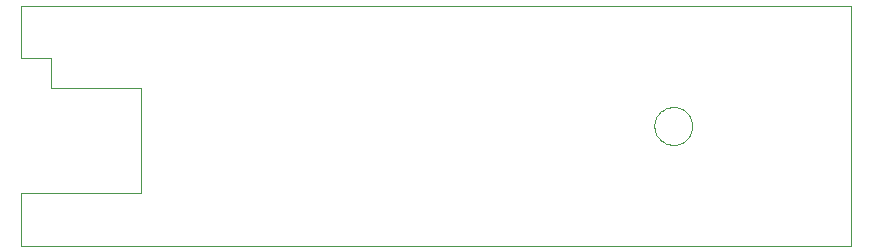
<source format=gko>
G75*
%MOIN*%
%OFA0B0*%
%FSLAX24Y24*%
%IPPOS*%
%LPD*%
%AMOC8*
5,1,8,0,0,1.08239X$1,22.5*
%
%ADD10C,0.0000*%
D10*
X001423Y003543D02*
X001423Y005293D01*
X005423Y005293D01*
X005423Y008793D01*
X002423Y008793D01*
X002423Y009793D01*
X001423Y009793D01*
X001423Y011539D01*
X001423Y011543D01*
X001423Y011539D02*
X029082Y011539D01*
X029082Y003543D01*
X001423Y003543D01*
X022543Y007543D02*
X022545Y007593D01*
X022551Y007643D01*
X022561Y007692D01*
X022575Y007740D01*
X022592Y007787D01*
X022613Y007832D01*
X022638Y007876D01*
X022666Y007917D01*
X022698Y007956D01*
X022732Y007993D01*
X022769Y008027D01*
X022809Y008057D01*
X022851Y008084D01*
X022895Y008108D01*
X022941Y008129D01*
X022988Y008145D01*
X023036Y008158D01*
X023086Y008167D01*
X023135Y008172D01*
X023186Y008173D01*
X023236Y008170D01*
X023285Y008163D01*
X023334Y008152D01*
X023382Y008137D01*
X023428Y008119D01*
X023473Y008097D01*
X023516Y008071D01*
X023557Y008042D01*
X023596Y008010D01*
X023632Y007975D01*
X023664Y007937D01*
X023694Y007897D01*
X023721Y007854D01*
X023744Y007810D01*
X023763Y007764D01*
X023779Y007716D01*
X023791Y007667D01*
X023799Y007618D01*
X023803Y007568D01*
X023803Y007518D01*
X023799Y007468D01*
X023791Y007419D01*
X023779Y007370D01*
X023763Y007322D01*
X023744Y007276D01*
X023721Y007232D01*
X023694Y007189D01*
X023664Y007149D01*
X023632Y007111D01*
X023596Y007076D01*
X023557Y007044D01*
X023516Y007015D01*
X023473Y006989D01*
X023428Y006967D01*
X023382Y006949D01*
X023334Y006934D01*
X023285Y006923D01*
X023236Y006916D01*
X023186Y006913D01*
X023135Y006914D01*
X023086Y006919D01*
X023036Y006928D01*
X022988Y006941D01*
X022941Y006957D01*
X022895Y006978D01*
X022851Y007002D01*
X022809Y007029D01*
X022769Y007059D01*
X022732Y007093D01*
X022698Y007130D01*
X022666Y007169D01*
X022638Y007210D01*
X022613Y007254D01*
X022592Y007299D01*
X022575Y007346D01*
X022561Y007394D01*
X022551Y007443D01*
X022545Y007493D01*
X022543Y007543D01*
M02*

</source>
